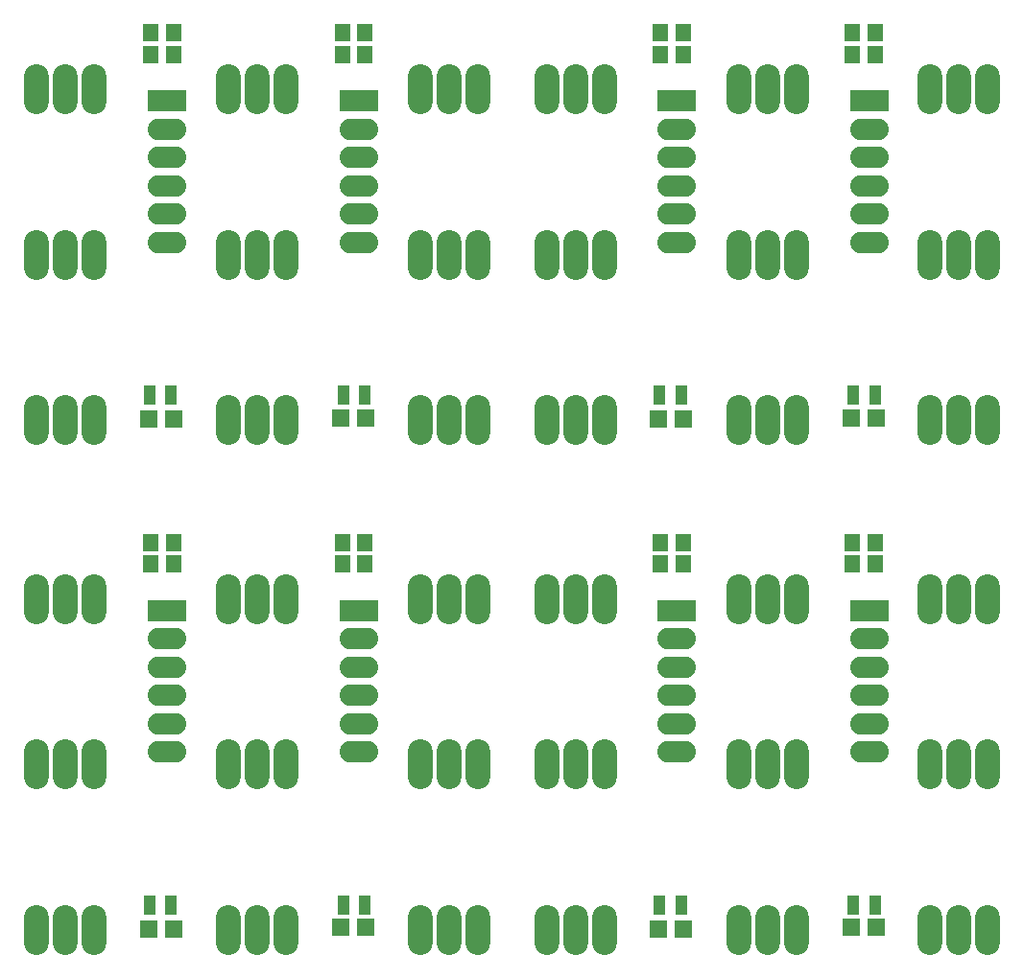
<source format=gts>
G04 #@! TF.FileFunction,Soldermask,Top*
%FSLAX46Y46*%
G04 Gerber Fmt 4.6, Leading zero omitted, Abs format (unit mm)*
G04 Created by KiCad (PCBNEW 4.0.2-stable) date 12/4/2017 4:29:09 PM*
%MOMM*%
G01*
G04 APERTURE LIST*
%ADD10C,0.100000*%
%ADD11R,1.400000X1.650000*%
%ADD12O,2.200000X4.400000*%
%ADD13R,1.600000X1.600000*%
%ADD14R,3.400000X1.900000*%
%ADD15O,3.400000X1.900000*%
%ADD16R,1.100000X1.700000*%
G04 APERTURE END LIST*
D10*
D11*
X175000000Y-108100000D03*
X177000000Y-108100000D03*
X158100000Y-110000000D03*
X160100000Y-110000000D03*
D12*
X167500000Y-113100000D03*
X164960000Y-113100000D03*
X170040000Y-113100000D03*
X184400000Y-113100000D03*
X181860000Y-113100000D03*
X186940000Y-113100000D03*
D11*
X175000000Y-110000000D03*
X177000000Y-110000000D03*
X158100000Y-108100000D03*
X160100000Y-108100000D03*
D13*
X174900000Y-142100000D03*
X177100000Y-142100000D03*
D12*
X167500000Y-127700000D03*
X164960000Y-127700000D03*
X170040000Y-127700000D03*
X184400000Y-127700000D03*
X181860000Y-127700000D03*
X186940000Y-127700000D03*
X167500000Y-142300000D03*
X164960000Y-142300000D03*
X170040000Y-142300000D03*
D14*
X176500000Y-114100000D03*
D15*
X176500000Y-116600000D03*
X176500000Y-119100000D03*
X176500000Y-121600000D03*
X176500000Y-124100000D03*
X176500000Y-126600000D03*
D12*
X184400000Y-142300000D03*
X181860000Y-142300000D03*
X186940000Y-142300000D03*
D16*
X177000000Y-140100000D03*
X175100000Y-140100000D03*
D12*
X105600000Y-127700000D03*
X103060000Y-127700000D03*
X108140000Y-127700000D03*
D16*
X114900000Y-140100000D03*
X113000000Y-140100000D03*
D12*
X105600000Y-142300000D03*
X103060000Y-142300000D03*
X108140000Y-142300000D03*
D13*
X112900000Y-142200000D03*
X115100000Y-142200000D03*
X157900000Y-142200000D03*
X160100000Y-142200000D03*
D12*
X150600000Y-142300000D03*
X148060000Y-142300000D03*
X153140000Y-142300000D03*
D14*
X159500000Y-114100000D03*
D15*
X159500000Y-116600000D03*
X159500000Y-119100000D03*
X159500000Y-121600000D03*
X159500000Y-124100000D03*
X159500000Y-126600000D03*
D16*
X132000000Y-140100000D03*
X130100000Y-140100000D03*
D12*
X139400000Y-142300000D03*
X136860000Y-142300000D03*
X141940000Y-142300000D03*
X150600000Y-127700000D03*
X148060000Y-127700000D03*
X153140000Y-127700000D03*
D16*
X159900000Y-140100000D03*
X158000000Y-140100000D03*
D13*
X129900000Y-142100000D03*
X132100000Y-142100000D03*
D11*
X113100000Y-108100000D03*
X115100000Y-108100000D03*
D12*
X105600000Y-113100000D03*
X103060000Y-113100000D03*
X108140000Y-113100000D03*
D11*
X113100000Y-110000000D03*
X115100000Y-110000000D03*
D14*
X114500000Y-114100000D03*
D15*
X114500000Y-116600000D03*
X114500000Y-119100000D03*
X114500000Y-121600000D03*
X114500000Y-124100000D03*
X114500000Y-126600000D03*
D12*
X122500000Y-142300000D03*
X119960000Y-142300000D03*
X125040000Y-142300000D03*
X139400000Y-127700000D03*
X136860000Y-127700000D03*
X141940000Y-127700000D03*
X122500000Y-127700000D03*
X119960000Y-127700000D03*
X125040000Y-127700000D03*
D14*
X131500000Y-114100000D03*
D15*
X131500000Y-116600000D03*
X131500000Y-119100000D03*
X131500000Y-121600000D03*
X131500000Y-124100000D03*
X131500000Y-126600000D03*
D12*
X150600000Y-113100000D03*
X148060000Y-113100000D03*
X153140000Y-113100000D03*
D11*
X130000000Y-110000000D03*
X132000000Y-110000000D03*
D12*
X139400000Y-113100000D03*
X136860000Y-113100000D03*
X141940000Y-113100000D03*
X122500000Y-113100000D03*
X119960000Y-113100000D03*
X125040000Y-113100000D03*
D11*
X130000000Y-108100000D03*
X132000000Y-108100000D03*
D14*
X159500000Y-69100000D03*
D15*
X159500000Y-71600000D03*
X159500000Y-74100000D03*
X159500000Y-76600000D03*
X159500000Y-79100000D03*
X159500000Y-81600000D03*
D13*
X157900000Y-97200000D03*
X160100000Y-97200000D03*
D16*
X159900000Y-95100000D03*
X158000000Y-95100000D03*
D12*
X150600000Y-82700000D03*
X148060000Y-82700000D03*
X153140000Y-82700000D03*
X150600000Y-97300000D03*
X148060000Y-97300000D03*
X153140000Y-97300000D03*
D11*
X158100000Y-65000000D03*
X160100000Y-65000000D03*
D12*
X150600000Y-68100000D03*
X148060000Y-68100000D03*
X153140000Y-68100000D03*
D11*
X158100000Y-63100000D03*
X160100000Y-63100000D03*
D14*
X176500000Y-69100000D03*
D15*
X176500000Y-71600000D03*
X176500000Y-74100000D03*
X176500000Y-76600000D03*
X176500000Y-79100000D03*
X176500000Y-81600000D03*
D12*
X167500000Y-82700000D03*
X164960000Y-82700000D03*
X170040000Y-82700000D03*
X184400000Y-82700000D03*
X181860000Y-82700000D03*
X186940000Y-82700000D03*
X167500000Y-97300000D03*
X164960000Y-97300000D03*
X170040000Y-97300000D03*
D13*
X174900000Y-97100000D03*
X177100000Y-97100000D03*
D16*
X177000000Y-95100000D03*
X175100000Y-95100000D03*
D12*
X184400000Y-97300000D03*
X181860000Y-97300000D03*
X186940000Y-97300000D03*
D11*
X175000000Y-63100000D03*
X177000000Y-63100000D03*
D12*
X167500000Y-68100000D03*
X164960000Y-68100000D03*
X170040000Y-68100000D03*
D11*
X175000000Y-65000000D03*
X177000000Y-65000000D03*
D12*
X184400000Y-68100000D03*
X181860000Y-68100000D03*
X186940000Y-68100000D03*
D13*
X129900000Y-97100000D03*
X132100000Y-97100000D03*
X112900000Y-97200000D03*
X115100000Y-97200000D03*
D16*
X132000000Y-95100000D03*
X130100000Y-95100000D03*
X114900000Y-95100000D03*
X113000000Y-95100000D03*
D11*
X113100000Y-63100000D03*
X115100000Y-63100000D03*
X113100000Y-65000000D03*
X115100000Y-65000000D03*
X130000000Y-63100000D03*
X132000000Y-63100000D03*
X130000000Y-65000000D03*
X132000000Y-65000000D03*
D12*
X139400000Y-97300000D03*
X136860000Y-97300000D03*
X141940000Y-97300000D03*
X139400000Y-82700000D03*
X136860000Y-82700000D03*
X141940000Y-82700000D03*
X139400000Y-68100000D03*
X136860000Y-68100000D03*
X141940000Y-68100000D03*
X122500000Y-97300000D03*
X119960000Y-97300000D03*
X125040000Y-97300000D03*
X122500000Y-82700000D03*
X119960000Y-82700000D03*
X125040000Y-82700000D03*
X122500000Y-68100000D03*
X119960000Y-68100000D03*
X125040000Y-68100000D03*
X105600000Y-97300000D03*
X103060000Y-97300000D03*
X108140000Y-97300000D03*
X105600000Y-82700000D03*
X103060000Y-82700000D03*
X108140000Y-82700000D03*
X105600000Y-68100000D03*
X103060000Y-68100000D03*
X108140000Y-68100000D03*
D14*
X131500000Y-69100000D03*
D15*
X131500000Y-71600000D03*
X131500000Y-74100000D03*
X131500000Y-76600000D03*
X131500000Y-79100000D03*
X131500000Y-81600000D03*
D14*
X114500000Y-69100000D03*
D15*
X114500000Y-71600000D03*
X114500000Y-74100000D03*
X114500000Y-76600000D03*
X114500000Y-79100000D03*
X114500000Y-81600000D03*
M02*

</source>
